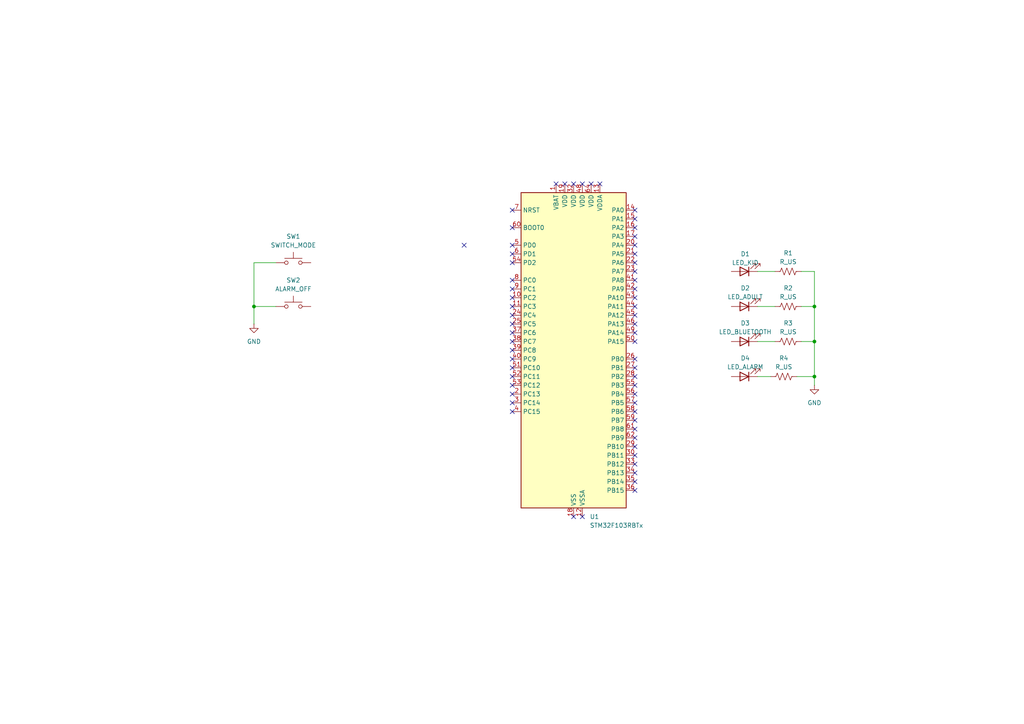
<source format=kicad_sch>
(kicad_sch (version 20250114) (generator "eeschema") (generator_version "9.0")
  (paper "A4")
  (lib_symbols
    (symbol "Device:LED" (pin_numbers (hide yes)) (pin_names (offset 1.016) (hide yes))
      (property "Reference" "D" (at 0 2.54 0))
      (property "Value" "LED" (at 0 -2.54 0))
      (symbol "LED_0_1"
        (polyline (pts (xy -3.048 -0.762) (xy -4.572 -2.286) (xy -3.81 -2.286) (xy -4.572 -2.286) (xy -4.572 -1.524)))
        (polyline (pts (xy -1.778 -0.762) (xy -3.302 -2.286) (xy -2.54 -2.286) (xy -3.302 -2.286) (xy -3.302 -1.524)))
        (polyline (pts (xy -1.27 0) (xy 1.27 0)))
        (polyline (pts (xy -1.27 -1.27) (xy -1.27 1.27)) (stroke (width 0.254)))
        (polyline (pts (xy 1.27 -1.27) (xy 1.27 1.27) (xy -1.27 0) (xy 1.27 -1.27)) (stroke (width 0.254)))
      )
      (symbol "LED_1_1"
        (pin passive line (at -3.81 0 0) (length 2.54) (name "K") (number "1"))
        (pin passive line (at 3.81 0 180) (length 2.54) (name "A") (number "2"))
      )
    )
    (symbol "Device:R_US" (pin_numbers (hide yes)) (pin_names (offset 0))
      (property "Reference" "R" (at 2.54 0 90))
      (property "Value" "R_US" (at -2.54 0 90))
      (symbol "R_US_0_1"
        (polyline (pts (xy 0 2.286) (xy 0 2.54)))
        (polyline (pts (xy 0 2.286) (xy 1.016 1.905) (xy 0 1.524) (xy -1.016 1.143) (xy 0 0.762)))
        (polyline (pts (xy 0 0.762) (xy 1.016 0.381) (xy 0 0) (xy -1.016 -0.381) (xy 0 -0.762)))
        (polyline (pts (xy 0 -0.762) (xy 1.016 -1.143) (xy 0 -1.524) (xy -1.016 -1.905) (xy 0 -2.286)))
        (polyline (pts (xy 0 -2.286) (xy 0 -2.54)))
      )
      (symbol "R_US_1_1"
        (pin passive line (at 0 3.81 270) (length 1.27) (name "~") (number "1"))
        (pin passive line (at 0 -3.81 90) (length 1.27) (name "~") (number "2"))
      )
    )
    (symbol "MCU_ST_STM32F1:STM32F103RBTx"
      (property "Reference" "U" (at -15.24 46.99 0))
      (property "Value" "STM32F103RBTx" (at 10.16 46.99 0))
      (symbol "STM32F103RBTx_0_1"
        (rectangle (start -15.24 -45.72) (end 15.24 45.72) (stroke (width 0.254)) (fill (type background)))
      )
      (symbol "STM32F103RBTx_1_1"
        (pin input line (at -17.78 40.64 0) (length 2.54) (name "NRST") (number "7"))
        (pin input line (at -17.78 35.56 0) (length 2.54) (name "BOOT0") (number "60"))
        (pin bidirectional line (at -17.78 30.48 0) (length 2.54) (name "PD0") (number "5"))
        (pin bidirectional line (at -17.78 27.94 0) (length 2.54) (name "PD1") (number "6"))
        (pin bidirectional line (at -17.78 25.4 0) (length 2.54) (name "PD2") (number "54"))
        (pin bidirectional line (at -17.78 20.32 0) (length 2.54) (name "PC0") (number "8"))
        (pin bidirectional line (at -17.78 17.78 0) (length 2.54) (name "PC1") (number "9"))
        (pin bidirectional line (at -17.78 15.24 0) (length 2.54) (name "PC2") (number "10"))
        (pin bidirectional line (at -17.78 12.7 0) (length 2.54) (name "PC3") (number "11"))
        (pin bidirectional line (at -17.78 10.16 0) (length 2.54) (name "PC4") (number "24"))
        (pin bidirectional line (at -17.78 7.62 0) (length 2.54) (name "PC5") (number "25"))
        (pin bidirectional line (at -17.78 5.08 0) (length 2.54) (name "PC6") (number "37"))
        (pin bidirectional line (at -17.78 2.54 0) (length 2.54) (name "PC7") (number "38"))
        (pin bidirectional line (at -17.78 0 0) (length 2.54) (name "PC8") (number "39"))
        (pin bidirectional line (at -17.78 -2.54 0) (length 2.54) (name "PC9") (number "40"))
        (pin bidirectional line (at -17.78 -5.08 0) (length 2.54) (name "PC10") (number "51"))
        (pin bidirectional line (at -17.78 -7.62 0) (length 2.54) (name "PC11") (number "52"))
        (pin bidirectional line (at -17.78 -10.16 0) (length 2.54) (name "PC12") (number "53"))
        (pin bidirectional line (at -17.78 -12.7 0) (length 2.54) (name "PC13") (number "2"))
        (pin bidirectional line (at -17.78 -15.24 0) (length 2.54) (name "PC14") (number "3"))
        (pin bidirectional line (at -17.78 -17.78 0) (length 2.54) (name "PC15") (number "4"))
        (pin power_in line (at -5.08 48.26 270) (length 2.54) (name "VBAT") (number "1"))
        (pin power_in line (at -2.54 48.26 270) (length 2.54) (name "VDD") (number "19"))
        (pin power_in line (at 0 48.26 270) (length 2.54) (name "VDD") (number "32"))
        (pin power_in line (at 0 -48.26 90) (length 2.54) (name "VSS") (number "18"))
        (pin passive line (at 0 -48.26 90) (length 2.54) (hide yes) (name "VSS") (number "31"))
        (pin passive line (at 0 -48.26 90) (length 2.54) (hide yes) (name "VSS") (number "47"))
        (pin passive line (at 0 -48.26 90) (length 2.54) (hide yes) (name "VSS") (number "63"))
        (pin power_in line (at 2.54 48.26 270) (length 2.54) (name "VDD") (number "48"))
        (pin power_in line (at 2.54 -48.26 90) (length 2.54) (name "VSSA") (number "12"))
        (pin power_in line (at 5.08 48.26 270) (length 2.54) (name "VDD") (number "64"))
        (pin power_in line (at 7.62 48.26 270) (length 2.54) (name "VDDA") (number "13"))
        (pin bidirectional line (at 17.78 40.64 180) (length 2.54) (name "PA0") (number "14"))
        (pin bidirectional line (at 17.78 38.1 180) (length 2.54) (name "PA1") (number "15"))
        (pin bidirectional line (at 17.78 35.56 180) (length 2.54) (name "PA2") (number "16"))
        (pin bidirectional line (at 17.78 33.02 180) (length 2.54) (name "PA3") (number "17"))
        (pin bidirectional line (at 17.78 30.48 180) (length 2.54) (name "PA4") (number "20"))
        (pin bidirectional line (at 17.78 27.94 180) (length 2.54) (name "PA5") (number "21"))
        (pin bidirectional line (at 17.78 25.4 180) (length 2.54) (name "PA6") (number "22"))
        (pin bidirectional line (at 17.78 22.86 180) (length 2.54) (name "PA7") (number "23"))
        (pin bidirectional line (at 17.78 20.32 180) (length 2.54) (name "PA8") (number "41"))
        (pin bidirectional line (at 17.78 17.78 180) (length 2.54) (name "PA9") (number "42"))
        (pin bidirectional line (at 17.78 15.24 180) (length 2.54) (name "PA10") (number "43"))
        (pin bidirectional line (at 17.78 12.7 180) (length 2.54) (name "PA11") (number "44"))
        (pin bidirectional line (at 17.78 10.16 180) (length 2.54) (name "PA12") (number "45"))
        (pin bidirectional line (at 17.78 7.62 180) (length 2.54) (name "PA13") (number "46"))
        (pin bidirectional line (at 17.78 5.08 180) (length 2.54) (name "PA14") (number "49"))
        (pin bidirectional line (at 17.78 2.54 180) (length 2.54) (name "PA15") (number "50"))
        (pin bidirectional line (at 17.78 -2.54 180) (length 2.54) (name "PB0") (number "26"))
        (pin bidirectional line (at 17.78 -5.08 180) (length 2.54) (name "PB1") (number "27"))
        (pin bidirectional line (at 17.78 -7.62 180) (length 2.54) (name "PB2") (number "28"))
        (pin bidirectional line (at 17.78 -10.16 180) (length 2.54) (name "PB3") (number "55"))
        (pin bidirectional line (at 17.78 -12.7 180) (length 2.54) (name "PB4") (number "56"))
        (pin bidirectional line (at 17.78 -15.24 180) (length 2.54) (name "PB5") (number "57"))
        (pin bidirectional line (at 17.78 -17.78 180) (length 2.54) (name "PB6") (number "58"))
        (pin bidirectional line (at 17.78 -20.32 180) (length 2.54) (name "PB7") (number "59"))
        (pin bidirectional line (at 17.78 -22.86 180) (length 2.54) (name "PB8") (number "61"))
        (pin bidirectional line (at 17.78 -25.4 180) (length 2.54) (name "PB9") (number "62"))
        (pin bidirectional line (at 17.78 -27.94 180) (length 2.54) (name "PB10") (number "29"))
        (pin bidirectional line (at 17.78 -30.48 180) (length 2.54) (name "PB11") (number "30"))
        (pin bidirectional line (at 17.78 -33.02 180) (length 2.54) (name "PB12") (number "33"))
        (pin bidirectional line (at 17.78 -35.56 180) (length 2.54) (name "PB13") (number "34"))
        (pin bidirectional line (at 17.78 -38.1 180) (length 2.54) (name "PB14") (number "35"))
        (pin bidirectional line (at 17.78 -40.64 180) (length 2.54) (name "PB15") (number "36"))
      )
    )
    (symbol "Switch:SW_Push" (pin_numbers (hide yes)) (pin_names (offset 1.016) (hide yes))
      (property "Reference" "SW" (at 1.27 2.54 0))
      (property "Value" "SW_Push" (at 0 -1.524 0))
      (symbol "SW_Push_0_1"
        (circle (center -2.032 0) (radius 0.508))
        (polyline (pts (xy 0 1.27) (xy 0 3.048)))
        (circle (center 2.032 0) (radius 0.508))
        (polyline (pts (xy 2.54 1.27) (xy -2.54 1.27)))
        (pin passive line (at -5.08 0 0) (length 2.54) (name "1") (number "1"))
        (pin passive line (at 5.08 0 180) (length 2.54) (name "2") (number "2"))
      )
    )
    (symbol "power:GND" (power) (pin_numbers (hide yes)) (pin_names (offset 0) (hide yes))
      (property "Value" "GND" (at 0 -3.81 0))
      (symbol "GND_0_1"
        (polyline (pts (xy 0 0) (xy 0 -1.27) (xy 1.27 -1.27) (xy 0 -2.54) (xy -1.27 -1.27) (xy 0 -1.27)))
      )
      (symbol "GND_1_1"
        (pin power_in line (at 0 0 270) (length 0) (name "~") (number "1"))
      )
    )
  )
  (junction (at 236.22 99.06))
  (junction (at 73.66 88.9))
  (junction (at 236.22 88.9))
  (junction (at 236.22 109.22))
  (no_connect (at 148.59 76.2))
  (no_connect (at 148.59 83.82))
  (no_connect (at 134.62 71.12))
  (no_connect (at 184.15 121.92))
  (no_connect (at 168.91 53.34))
  (no_connect (at 184.15 116.84))
  (no_connect (at 184.15 129.54))
  (no_connect (at 148.59 71.12))
  (no_connect (at 148.59 81.28))
  (no_connect (at 184.15 114.3))
  (no_connect (at 184.15 124.46))
  (no_connect (at 184.15 142.24))
  (no_connect (at 184.15 134.62))
  (no_connect (at 184.15 111.76))
  (no_connect (at 148.59 106.68))
  (no_connect (at 184.15 66.04))
  (no_connect (at 184.15 139.7))
  (no_connect (at 184.15 119.38))
  (no_connect (at 184.15 106.68))
  (no_connect (at 184.15 93.98))
  (no_connect (at 184.15 137.16))
  (no_connect (at 161.29 53.34))
  (no_connect (at 163.83 53.34))
  (no_connect (at 184.15 81.28))
  (no_connect (at 184.15 83.82))
  (no_connect (at 148.59 111.76))
  (no_connect (at 148.59 96.52))
  (no_connect (at 184.15 60.96))
  (no_connect (at 184.15 109.22))
  (no_connect (at 184.15 71.12))
  (no_connect (at 184.15 78.74))
  (no_connect (at 148.59 91.44))
  (no_connect (at 148.59 99.06))
  (no_connect (at 168.91 149.86))
  (no_connect (at 166.37 53.34))
  (no_connect (at 184.15 127))
  (no_connect (at 173.99 53.34))
  (no_connect (at 148.59 119.38))
  (no_connect (at 184.15 63.5))
  (no_connect (at 184.15 132.08))
  (no_connect (at 184.15 104.14))
  (no_connect (at 184.15 76.2))
  (no_connect (at 184.15 96.52))
  (no_connect (at 184.15 99.06))
  (no_connect (at 148.59 86.36))
  (no_connect (at 148.59 109.22))
  (no_connect (at 148.59 101.6))
  (no_connect (at 148.59 116.84))
  (no_connect (at 184.15 86.36))
  (no_connect (at 148.59 60.96))
  (no_connect (at 184.15 68.58))
  (no_connect (at 148.59 114.3))
  (no_connect (at 148.59 88.9))
  (no_connect (at 184.15 73.66))
  (no_connect (at 148.59 93.98))
  (no_connect (at 148.59 66.04))
  (no_connect (at 148.59 104.14))
  (no_connect (at 184.15 91.44))
  (no_connect (at 166.37 149.86))
  (no_connect (at 148.59 73.66))
  (no_connect (at 184.15 88.9))
  (no_connect (at 171.45 53.34))
  (wire (pts (xy 236.22 78.74) (xy 236.22 88.9)))
  (wire (pts (xy 73.66 76.2) (xy 73.66 88.9)))
  (wire (pts (xy 236.22 88.9) (xy 236.22 99.06)))
  (wire (pts (xy 232.41 99.06) (xy 236.22 99.06)))
  (wire (pts (xy 219.71 88.9) (xy 224.79 88.9)))
  (wire (pts (xy 236.22 99.06) (xy 236.22 109.22)))
  (wire (pts (xy 219.71 99.06) (xy 224.79 99.06)))
  (wire (pts (xy 236.22 109.22) (xy 236.22 111.76)))
  (wire (pts (xy 80.01 76.2) (xy 73.66 76.2)))
  (wire (pts (xy 232.41 78.74) (xy 236.22 78.74)))
  (wire (pts (xy 219.71 109.22) (xy 223.52 109.22)))
  (wire (pts (xy 80.01 88.9) (xy 73.66 88.9)))
  (wire (pts (xy 232.41 88.9) (xy 236.22 88.9)))
  (wire (pts (xy 231.14 109.22) (xy 236.22 109.22)))
  (wire (pts (xy 219.71 78.74) (xy 224.79 78.74)))
  (wire (pts (xy 73.66 88.9) (xy 73.66 93.98)))
  (symbol (lib_id "Switch:SW_Push") (at 85.09 76.2 0) (unit 1)
    (property "Reference" "SW1" (at 85.09 68.58 0))
    (property "Value" "SWITCH_MODE" (at 85.09 71.12 0))
    (property "Description" "Push button switch, generic, two pins" (effects (hide yes)))
  )
  (symbol (lib_id "Device:LED") (at 215.9 78.74 180) (unit 1)
    (property "Reference" "D1" (at 216.154 73.66 0))
    (property "Value" "LED_KID" (at 216.154 76.2 0))
    (property "Description" "Light emitting diode" (effects (hide yes)))
    (property "Sim.Pins" "1=K 2=A" (effects (hide yes)))
  )
  (symbol (lib_id "Switch:SW_Push") (at 85.09 88.9 0) (unit 1)
    (property "Reference" "SW2" (at 85.09 81.28 0))
    (property "Value" "ALARM_OFF" (at 85.09 83.82 0))
    (property "Description" "Push button switch, generic, two pins" (effects (hide yes)))
  )
  (symbol (lib_id "Device:R_US") (at 228.6 88.9 90) (unit 1)
    (property "Reference" "R2" (at 228.6 83.566 90))
    (property "Value" "R_US" (at 228.6 86.106 90))
    (property "Description" "Resistor, US symbol" (effects (hide yes)))
  )
  (symbol (lib_id "Device:LED") (at 215.9 109.22 180) (unit 1)
    (property "Reference" "D4" (at 216.154 103.886 0))
    (property "Value" "LED_ALARM" (at 216.154 106.426 0))
    (property "Description" "Light emitting diode" (effects (hide yes)))
    (property "Sim.Pins" "1=K 2=A" (effects (hide yes)))
  )
  (symbol (lib_id "MCU_ST_STM32F1:STM32F103RBTx") (at 166.37 101.6 0) (unit 1)
    (property "Reference" "U1" (at 171.0533 149.86 0) (effects (justify left)))
    (property "Value" "STM32F103RBTx" (at 171.0533 152.4 0) (effects (justify left)))
    (property "Footprint" "Package_QFP:LQFP-64_10x10mm_P0.5mm" (effects (hide yes)))
    (property "Datasheet" "https://www.st.com/resource/en/datasheet/stm32f103rb.pdf" (effects (hide yes)))
    (property "Description" "STMicroelectronics Arm Cortex-M3 MCU, 128KB flash, 20KB RAM, 72 MHz, 2.0-3.6V, 51 GPIO, LQFP64" (effects (hide yes)))
  )
  (symbol (lib_id "Device:R_US") (at 228.6 99.06 90) (unit 1)
    (property "Reference" "R3" (at 228.6 93.726 90))
    (property "Value" "R_US" (at 228.6 96.266 90))
    (property "Description" "Resistor, US symbol" (effects (hide yes)))
  )
  (symbol (lib_id "Device:LED") (at 215.9 88.9 180) (unit 1)
    (property "Reference" "D2" (at 216.154 83.566 0))
    (property "Value" "LED_ADULT" (at 216.154 86.106 0))
    (property "Description" "Light emitting diode" (effects (hide yes)))
    (property "Sim.Pins" "1=K 2=A" (effects (hide yes)))
  )
  (symbol (lib_id "Device:R_US") (at 228.6 78.74 90) (unit 1)
    (property "Reference" "R1" (at 228.6 73.406 90))
    (property "Value" "R_US" (at 228.6 75.946 90))
    (property "Description" "Resistor, US symbol" (effects (hide yes)))
  )
  (symbol (lib_id "Device:R_US") (at 227.33 109.22 90) (unit 1)
    (property "Reference" "R4" (at 227.33 103.886 90))
    (property "Value" "R_US" (at 227.33 106.426 90))
    (property "Description" "Resistor, US symbol" (effects (hide yes)))
  )
  (symbol (lib_id "Device:LED") (at 215.9 99.06 180) (unit 1)
    (property "Reference" "D3" (at 216.154 93.726 0))
    (property "Value" "LED_BLUETOOTH" (at 216.154 96.266 0))
    (property "Description" "Light emitting diode" (effects (hide yes)))
    (property "Sim.Pins" "1=K 2=A" (effects (hide yes)))
  )
  (symbol (lib_id "power:GND") (at 73.66 93.98 0) (unit 1)
    (property "Reference" "#PWR02" (effects (hide yes)))
    (property "Value" "GND" (at 73.66 99.06 0))
    (property "Description" "Power symbol creates a global label with name \"GND\" , ground" (effects (hide yes)))
  )
  (symbol (lib_id "power:GND") (at 236.22 111.76 0) (unit 1)
    (property "Reference" "#PWR01" (effects (hide yes)))
    (property "Value" "GND" (at 236.22 116.84 0))
    (property "Description" "Power symbol creates a global label with name \"GND\" , ground" (effects (hide yes)))
  )
)
</source>
